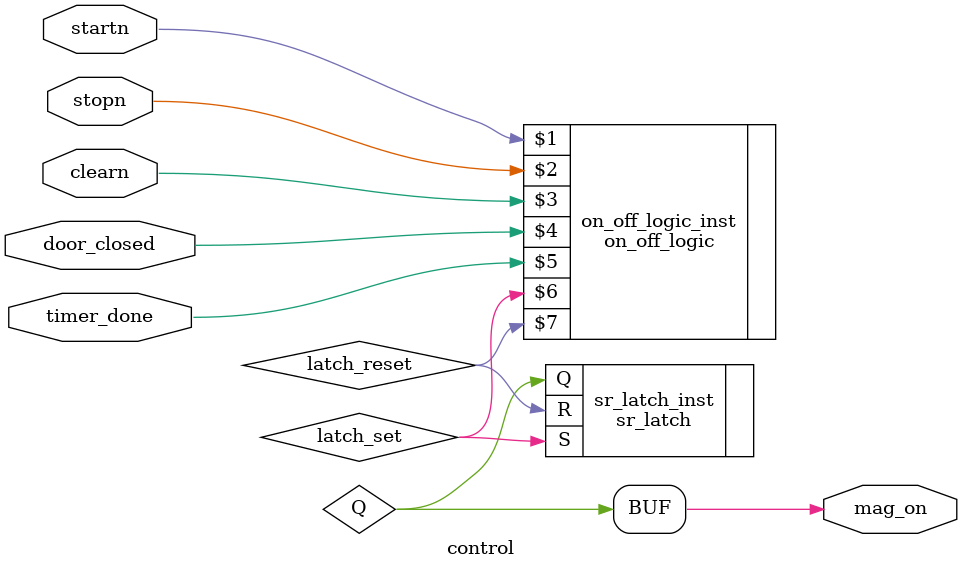
<source format=v>
`include "level2/level3/on_off_logic.v"
`include "level2/level3/sr_latch.v"
module control(
    input wire startn,
    input wire stopn,
    input wire clearn,
    input wire door_closed,
    input wire timer_done,
    output wire mag_on
);

wire latch_set, wire_reset;

on_off_logic on_off_logic_inst(startn, stopn, clearn, door_closed, timer_done, latch_set, latch_reset);

wire Q;

sr_latch sr_latch_inst(.S(latch_set), .R(latch_reset), .Q(Q));

assign mag_on = Q;

endmodule



</source>
